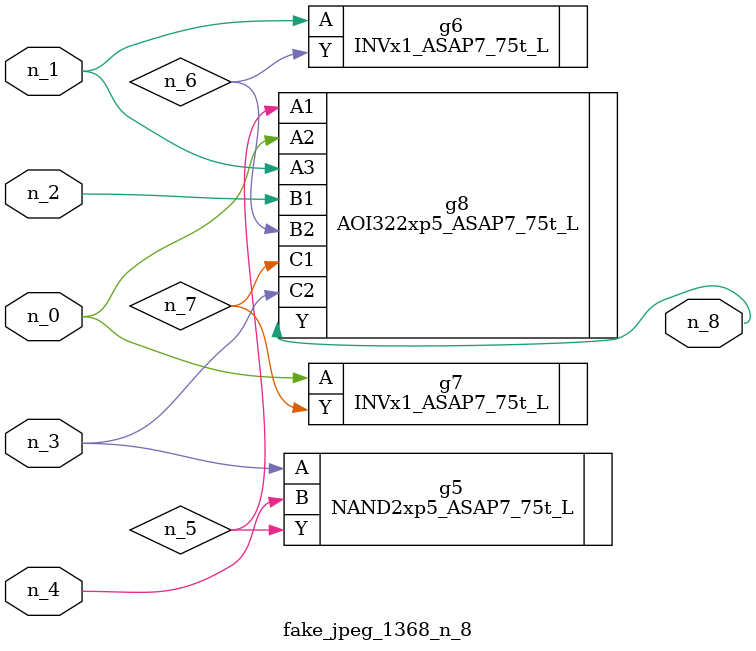
<source format=v>
module fake_jpeg_1368_n_8 (n_3, n_2, n_1, n_0, n_4, n_8);

input n_3;
input n_2;
input n_1;
input n_0;
input n_4;

output n_8;

wire n_6;
wire n_5;
wire n_7;

NAND2xp5_ASAP7_75t_L g5 ( 
.A(n_3),
.B(n_4),
.Y(n_5)
);

INVx1_ASAP7_75t_L g6 ( 
.A(n_1),
.Y(n_6)
);

INVx1_ASAP7_75t_L g7 ( 
.A(n_0),
.Y(n_7)
);

AOI322xp5_ASAP7_75t_L g8 ( 
.A1(n_5),
.A2(n_0),
.A3(n_1),
.B1(n_2),
.B2(n_6),
.C1(n_7),
.C2(n_3),
.Y(n_8)
);


endmodule
</source>
